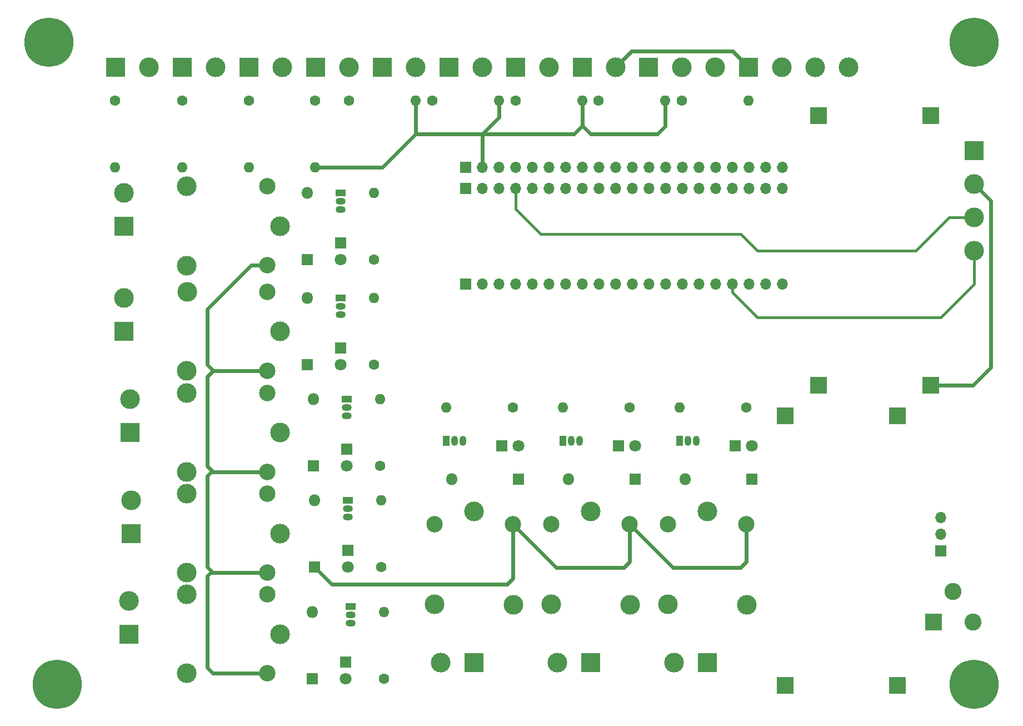
<source format=gbr>
%TF.GenerationSoftware,KiCad,Pcbnew,8.0.1*%
%TF.CreationDate,2024-04-18T20:35:38+03:00*%
%TF.ProjectId,oxygen_harvester,6f787967-656e-45f6-9861-727665737465,rev?*%
%TF.SameCoordinates,Original*%
%TF.FileFunction,Copper,L2,Bot*%
%TF.FilePolarity,Positive*%
%FSLAX46Y46*%
G04 Gerber Fmt 4.6, Leading zero omitted, Abs format (unit mm)*
G04 Created by KiCad (PCBNEW 8.0.1) date 2024-04-18 20:35:38*
%MOMM*%
%LPD*%
G01*
G04 APERTURE LIST*
%TA.AperFunction,ComponentPad*%
%ADD10R,1.050000X1.500000*%
%TD*%
%TA.AperFunction,ComponentPad*%
%ADD11O,1.050000X1.500000*%
%TD*%
%TA.AperFunction,ComponentPad*%
%ADD12C,1.600000*%
%TD*%
%TA.AperFunction,ComponentPad*%
%ADD13O,1.600000X1.600000*%
%TD*%
%TA.AperFunction,ComponentPad*%
%ADD14C,3.000000*%
%TD*%
%TA.AperFunction,ComponentPad*%
%ADD15C,2.500000*%
%TD*%
%TA.AperFunction,ComponentPad*%
%ADD16R,3.000000X3.000000*%
%TD*%
%TA.AperFunction,ComponentPad*%
%ADD17R,2.600000X2.600000*%
%TD*%
%TA.AperFunction,ComponentPad*%
%ADD18C,2.600000*%
%TD*%
%TA.AperFunction,ComponentPad*%
%ADD19C,7.500000*%
%TD*%
%TA.AperFunction,ComponentPad*%
%ADD20R,1.800000X1.800000*%
%TD*%
%TA.AperFunction,ComponentPad*%
%ADD21C,1.800000*%
%TD*%
%TA.AperFunction,ComponentPad*%
%ADD22R,1.700000X1.700000*%
%TD*%
%TA.AperFunction,ComponentPad*%
%ADD23O,1.700000X1.700000*%
%TD*%
%TA.AperFunction,ComponentPad*%
%ADD24R,1.500000X1.050000*%
%TD*%
%TA.AperFunction,ComponentPad*%
%ADD25O,1.500000X1.050000*%
%TD*%
%TA.AperFunction,ComponentPad*%
%ADD26O,1.800000X1.800000*%
%TD*%
%TA.AperFunction,ComponentPad*%
%ADD27R,2.500000X2.500000*%
%TD*%
%TA.AperFunction,Conductor*%
%ADD28C,0.600000*%
%TD*%
%TA.AperFunction,Conductor*%
%ADD29C,0.400000*%
%TD*%
G04 APERTURE END LIST*
D10*
%TO.P,Q7,1,E*%
%TO.N,GND*%
X160880000Y-110240000D03*
D11*
%TO.P,Q7,2,B*%
%TO.N,Net-(Q7-B)*%
X162150000Y-110240000D03*
%TO.P,Q7,3,C*%
%TO.N,Net-(D11-A)*%
X163420000Y-110240000D03*
%TD*%
D12*
%TO.P,R13,1*%
%TO.N,Float_Chamber4_min*%
X102870000Y-58420000D03*
D13*
%TO.P,R13,2*%
%TO.N,GND*%
X102870000Y-68580000D03*
%TD*%
D14*
%TO.P,K7,1*%
%TO.N,Net-(J14-Pin_1)*%
X165100000Y-121040000D03*
D15*
%TO.P,K7,2*%
%TO.N,Net-(D11-A)*%
X159050000Y-122990000D03*
D14*
%TO.P,K7,3*%
%TO.N,Net-(J14-Pin_2)*%
X159050000Y-135190000D03*
%TO.P,K7,4*%
%TO.N,unconnected-(K7-Pad4)*%
X171100000Y-135240000D03*
D15*
%TO.P,K7,5*%
%TO.N,+5V*%
X171050000Y-122990000D03*
%TD*%
D14*
%TO.P,K6,1*%
%TO.N,Net-(J13-Pin_1)*%
X147320000Y-121040000D03*
D15*
%TO.P,K6,2*%
%TO.N,Net-(D10-A)*%
X141270000Y-122990000D03*
D14*
%TO.P,K6,3*%
%TO.N,Net-(J13-Pin_2)*%
X141270000Y-135190000D03*
%TO.P,K6,4*%
%TO.N,unconnected-(K6-Pad4)*%
X153320000Y-135240000D03*
D15*
%TO.P,K6,5*%
%TO.N,+5V*%
X153270000Y-122990000D03*
%TD*%
D16*
%TO.P,J17,1,Pin_1*%
%TO.N,Float_Chamber2_min*%
X143510000Y-53340000D03*
D14*
%TO.P,J17,2,Pin_2*%
%TO.N,+3V3*%
X148590000Y-53340000D03*
%TD*%
D17*
%TO.P,J1,1*%
%TO.N,Net-(SW1-A)*%
X217320000Y-137910000D03*
D18*
%TO.P,J1,2*%
%TO.N,GND*%
X223320000Y-137910000D03*
%TO.P,J1,3*%
X220320000Y-133210000D03*
%TD*%
D16*
%TO.P,J12,1,Pin_1*%
%TO.N,Net-(J12-Pin_1)*%
X94740000Y-139700000D03*
D14*
%TO.P,J12,2,Pin_2*%
%TO.N,Net-(J12-Pin_2)*%
X94740000Y-134620000D03*
%TD*%
D19*
%TO.P,H4,1*%
%TO.N,N/C*%
X82550000Y-49530000D03*
%TD*%
D20*
%TO.P,D14,1,K*%
%TO.N,Net-(D14-K)*%
X151560000Y-111000000D03*
D21*
%TO.P,D14,2,A*%
%TO.N,Solenoid2_Output*%
X154100000Y-111000000D03*
%TD*%
D16*
%TO.P,J11,1,Pin_1*%
%TO.N,Net-(J11-Pin_1)*%
X95030000Y-124370000D03*
D14*
%TO.P,J11,2,Pin_2*%
%TO.N,Net-(J11-Pin_2)*%
X95030000Y-119290000D03*
%TD*%
D12*
%TO.P,R2,1*%
%TO.N,Net-(D5-K)*%
X132080000Y-82660000D03*
D13*
%TO.P,R2,2*%
%TO.N,Net-(Q1-B)*%
X132080000Y-72500000D03*
%TD*%
D19*
%TO.P,H2,1*%
%TO.N,N/C*%
X83820000Y-147320000D03*
%TD*%
D22*
%TO.P,J2,1,Pin_1*%
%TO.N,Float_Chamber1_min*%
X146055000Y-86360000D03*
D23*
%TO.P,J2,2,Pin_2*%
%TO.N,Float_Chamber1_max*%
X148595000Y-86360000D03*
%TO.P,J2,3,Pin_3*%
%TO.N,Float_Chamber2_min*%
X151135000Y-86360000D03*
%TO.P,J2,4,Pin_4*%
%TO.N,Float_Chamber2_max*%
X153675000Y-86360000D03*
%TO.P,J2,5,Pin_5*%
%TO.N,Float_Chamber3_min*%
X156215000Y-86360000D03*
%TO.P,J2,6,Pin_6*%
%TO.N,Float_Chamber3_max*%
X158755000Y-86360000D03*
%TO.P,J2,7,Pin_7*%
%TO.N,Float_Chamber4_min*%
X161295000Y-86360000D03*
%TO.P,J2,8,Pin_8*%
%TO.N,Float_Chamber4_max*%
X163835000Y-86360000D03*
%TO.P,J2,9,Pin_9*%
%TO.N,Electrode1_Output*%
X166375000Y-86360000D03*
%TO.P,J2,10,Pin_10*%
%TO.N,Electrode2_Output*%
X168915000Y-86360000D03*
%TO.P,J2,11,Pin_11*%
%TO.N,Electrode3_Output*%
X171455000Y-86360000D03*
%TO.P,J2,12,Pin_12*%
%TO.N,Electrode4_Output*%
X173995000Y-86360000D03*
%TO.P,J2,13,Pin_13*%
%TO.N,Solenoid1_Output*%
X176535000Y-86360000D03*
%TO.P,J2,14,Pin_14*%
%TO.N,Solenoid2_Output*%
X179075000Y-86360000D03*
%TO.P,J2,15,Pin_15*%
%TO.N,Solenoid3_Output*%
X181615000Y-86360000D03*
%TO.P,J2,16,Pin_16*%
%TO.N,Solenoid4_Output*%
X184155000Y-86360000D03*
%TO.P,J2,17,Pin_17*%
%TO.N,OLED_SDA*%
X186695000Y-86360000D03*
%TO.P,J2,18,Pin_18*%
%TO.N,+5V*%
X189235000Y-86360000D03*
%TO.P,J2,19,Pin_19*%
%TO.N,GND*%
X191775000Y-86360000D03*
%TO.P,J2,20,Pin_20*%
%TO.N,+3V3*%
X194315000Y-86360000D03*
%TD*%
D19*
%TO.P,H3,1*%
%TO.N,N/C*%
X223520000Y-49530000D03*
%TD*%
D12*
%TO.P,R1,1*%
%TO.N,Gas_Pressure_Out*%
X178990000Y-58420000D03*
D13*
%TO.P,R1,2*%
%TO.N,GND*%
X189150000Y-58420000D03*
%TD*%
D24*
%TO.P,Q3,1,E*%
%TO.N,GND*%
X127880000Y-103940000D03*
D25*
%TO.P,Q3,2,B*%
%TO.N,Net-(Q3-B)*%
X127880000Y-105210000D03*
%TO.P,Q3,3,C*%
%TO.N,Net-(D3-A)*%
X127880000Y-106480000D03*
%TD*%
D16*
%TO.P,J20,1,Pin_1*%
%TO.N,Float_Chamber1_max*%
X153670000Y-53340000D03*
D14*
%TO.P,J20,2,Pin_2*%
%TO.N,+3V3*%
X158750000Y-53340000D03*
%TD*%
D16*
%TO.P,J9,1,Pin_1*%
%TO.N,Net-(J9-Pin_1)*%
X94000000Y-93610000D03*
D14*
%TO.P,J9,2,Pin_2*%
%TO.N,Net-(J9-Pin_2)*%
X94000000Y-88530000D03*
%TD*%
D20*
%TO.P,D5,1,K*%
%TO.N,Net-(D5-K)*%
X127000000Y-80120000D03*
D21*
%TO.P,D5,2,A*%
%TO.N,Electrode1_Output*%
X127000000Y-82660000D03*
%TD*%
D14*
%TO.P,K2,1*%
%TO.N,Net-(J9-Pin_1)*%
X117740000Y-93610000D03*
D15*
%TO.P,K2,2*%
%TO.N,Net-(D2-A)*%
X115790000Y-87560000D03*
D14*
%TO.P,K2,3*%
%TO.N,Net-(J9-Pin_2)*%
X103590000Y-87560000D03*
%TO.P,K2,4*%
%TO.N,unconnected-(K2-Pad4)*%
X103540000Y-99610000D03*
D15*
%TO.P,K2,5*%
%TO.N,+5V*%
X115790000Y-99560000D03*
%TD*%
D24*
%TO.P,Q4,1,E*%
%TO.N,GND*%
X128050000Y-119290000D03*
D25*
%TO.P,Q4,2,B*%
%TO.N,Net-(Q4-B)*%
X128050000Y-120560000D03*
%TO.P,Q4,3,C*%
%TO.N,Net-(D4-A)*%
X128050000Y-121830000D03*
%TD*%
D12*
%TO.P,R3,1*%
%TO.N,Net-(D6-K)*%
X132100000Y-98690000D03*
D13*
%TO.P,R3,2*%
%TO.N,Net-(Q2-B)*%
X132100000Y-88530000D03*
%TD*%
D20*
%TO.P,D16,1,K*%
%TO.N,Net-(D16-K)*%
X187120000Y-111000000D03*
D21*
%TO.P,D16,2,A*%
%TO.N,Solenoid4_Output*%
X189660000Y-111000000D03*
%TD*%
D12*
%TO.P,R17,1*%
%TO.N,Float_Chamber4_max*%
X92630000Y-58420000D03*
D13*
%TO.P,R17,2*%
%TO.N,GND*%
X92630000Y-68580000D03*
%TD*%
D12*
%TO.P,R12,1*%
%TO.N,Float_Chamber3_min*%
X123110000Y-58420000D03*
D13*
%TO.P,R12,2*%
%TO.N,GND*%
X123110000Y-68580000D03*
%TD*%
D22*
%TO.P,SW1,1,A*%
%TO.N,Net-(SW1-A)*%
X218440000Y-127000000D03*
D23*
%TO.P,SW1,2,B*%
%TO.N,+24V*%
X218440000Y-124460000D03*
%TO.P,SW1,3,C*%
%TO.N,GND*%
X218440000Y-121920000D03*
%TD*%
D12*
%TO.P,R16,1*%
%TO.N,Float_Chamber3_max*%
X113030000Y-58420000D03*
D13*
%TO.P,R16,2*%
%TO.N,GND*%
X113030000Y-68580000D03*
%TD*%
D20*
%TO.P,D8,1,K*%
%TO.N,Net-(D8-K)*%
X128050000Y-126910000D03*
D21*
%TO.P,D8,2,A*%
%TO.N,Electrode4_Output*%
X128050000Y-129450000D03*
%TD*%
D20*
%TO.P,D7,1,K*%
%TO.N,Net-(D7-K)*%
X127880000Y-111560000D03*
D21*
%TO.P,D7,2,A*%
%TO.N,Electrode3_Output*%
X127880000Y-114100000D03*
%TD*%
D12*
%TO.P,R11,1*%
%TO.N,Float_Chamber2_min*%
X140970000Y-58420000D03*
D13*
%TO.P,R11,2*%
%TO.N,GND*%
X151130000Y-58420000D03*
%TD*%
D16*
%TO.P,J15,1,Pin_1*%
%TO.N,Net-(J15-Pin_1)*%
X182880000Y-144020000D03*
D14*
%TO.P,J15,2,Pin_2*%
%TO.N,Net-(J15-Pin_2)*%
X177800000Y-144020000D03*
%TD*%
%TO.P,K4,1*%
%TO.N,Net-(J11-Pin_1)*%
X117720000Y-124370000D03*
D15*
%TO.P,K4,2*%
%TO.N,Net-(D4-A)*%
X115770000Y-118320000D03*
D14*
%TO.P,K4,3*%
%TO.N,Net-(J11-Pin_2)*%
X103570000Y-118320000D03*
%TO.P,K4,4*%
%TO.N,unconnected-(K4-Pad4)*%
X103520000Y-130370000D03*
D15*
%TO.P,K4,5*%
%TO.N,+5V*%
X115770000Y-130320000D03*
%TD*%
D12*
%TO.P,R4,1*%
%TO.N,Net-(D7-K)*%
X132960000Y-114100000D03*
D13*
%TO.P,R4,2*%
%TO.N,Net-(Q3-B)*%
X132960000Y-103940000D03*
%TD*%
D16*
%TO.P,J23,1,Pin_1*%
%TO.N,Float_Chamber4_max*%
X92710000Y-53340000D03*
D14*
%TO.P,J23,2,Pin_2*%
%TO.N,+3V3*%
X97790000Y-53340000D03*
%TD*%
D16*
%TO.P,J10,1,Pin_1*%
%TO.N,Net-(J10-Pin_1)*%
X94860000Y-109020000D03*
D14*
%TO.P,J10,2,Pin_2*%
%TO.N,Net-(J10-Pin_2)*%
X94860000Y-103940000D03*
%TD*%
D12*
%TO.P,R5,1*%
%TO.N,Net-(D8-K)*%
X133130000Y-129450000D03*
D13*
%TO.P,R5,2*%
%TO.N,Net-(Q4-B)*%
X133130000Y-119290000D03*
%TD*%
D16*
%TO.P,J18,1,Pin_1*%
%TO.N,Float_Chamber3_min*%
X123190000Y-53340000D03*
D14*
%TO.P,J18,2,Pin_2*%
%TO.N,+3V3*%
X128270000Y-53340000D03*
%TD*%
D20*
%TO.P,D1,1,K*%
%TO.N,+5V*%
X121920000Y-82660000D03*
D26*
%TO.P,D1,2,A*%
%TO.N,Net-(D1-A)*%
X121920000Y-72500000D03*
%TD*%
D16*
%TO.P,J19,1,Pin_1*%
%TO.N,Float_Chamber4_min*%
X102870000Y-53340000D03*
D14*
%TO.P,J19,2,Pin_2*%
%TO.N,+3V3*%
X107950000Y-53340000D03*
%TD*%
D10*
%TO.P,Q6,1,E*%
%TO.N,GND*%
X143100000Y-110240000D03*
D11*
%TO.P,Q6,2,B*%
%TO.N,Net-(Q6-B)*%
X144370000Y-110240000D03*
%TO.P,Q6,3,C*%
%TO.N,Net-(D10-A)*%
X145640000Y-110240000D03*
%TD*%
D12*
%TO.P,R9,1*%
%TO.N,Net-(D16-K)*%
X188820000Y-105160000D03*
D13*
%TO.P,R9,2*%
%TO.N,Net-(Q8-B)*%
X178660000Y-105160000D03*
%TD*%
D27*
%TO.P,U1,1,IN+*%
%TO.N,+24V*%
X199805000Y-101810000D03*
%TO.P,U1,2,IN-*%
%TO.N,GND*%
X216865000Y-101810000D03*
%TO.P,U1,3,OUT+*%
%TO.N,+3V3*%
X199805000Y-60750000D03*
%TO.P,U1,4,OUT-*%
%TO.N,GND*%
X216865000Y-60750000D03*
%TD*%
D22*
%TO.P,J4,1,Pin_1*%
%TO.N,+5V*%
X146060000Y-71860000D03*
D23*
%TO.P,J4,2,Pin_2*%
%TO.N,GND*%
X148600000Y-71860000D03*
%TO.P,J4,3,Pin_3*%
%TO.N,+3V3*%
X151140000Y-71860000D03*
%TO.P,J4,4,Pin_4*%
%TO.N,OLED_SCL*%
X153680000Y-71860000D03*
%TO.P,J4,5,Pin_5*%
%TO.N,/general_layout/PB2*%
X156220000Y-71860000D03*
%TO.P,J4,6,Pin_6*%
%TO.N,Gas_Pressure_Out*%
X158760000Y-71860000D03*
%TO.P,J4,7,Pin_7*%
%TO.N,/general_layout/PB0*%
X161300000Y-71860000D03*
%TO.P,J4,8,Pin_8*%
%TO.N,/general_layout/PA7*%
X163840000Y-71860000D03*
%TO.P,J4,9,Pin_9*%
%TO.N,/general_layout/PA6*%
X166380000Y-71860000D03*
%TO.P,J4,10,Pin_10*%
%TO.N,/general_layout/PA5*%
X168920000Y-71860000D03*
%TO.P,J4,11,Pin_11*%
%TO.N,/general_layout/PA4*%
X171460000Y-71860000D03*
%TO.P,J4,12,Pin_12*%
%TO.N,Gas_Flowrate_Tx*%
X174000000Y-71860000D03*
%TO.P,J4,13,Pin_13*%
%TO.N,Gas_Flowrate_Rx*%
X176540000Y-71860000D03*
%TO.P,J4,14,Pin_14*%
%TO.N,/general_layout/PA1*%
X179080000Y-71860000D03*
%TO.P,J4,15,Pin_15*%
%TO.N,/general_layout/PA0*%
X181620000Y-71860000D03*
%TO.P,J4,16,Pin_16*%
%TO.N,/general_layout/NRST*%
X184160000Y-71860000D03*
%TO.P,J4,17,Pin_17*%
%TO.N,/general_layout/PC15*%
X186700000Y-71860000D03*
%TO.P,J4,18,Pin_18*%
%TO.N,/general_layout/PC14*%
X189240000Y-71860000D03*
%TO.P,J4,19,Pin_19*%
%TO.N,/general_layout/PC13*%
X191780000Y-71860000D03*
%TO.P,J4,20,Pin_20*%
%TO.N,/general_layout/VB*%
X194320000Y-71860000D03*
%TD*%
D12*
%TO.P,R14,1*%
%TO.N,Float_Chamber1_max*%
X153670000Y-58420000D03*
D13*
%TO.P,R14,2*%
%TO.N,GND*%
X163830000Y-58420000D03*
%TD*%
D16*
%TO.P,J13,1,Pin_1*%
%TO.N,Net-(J13-Pin_1)*%
X147320000Y-144020000D03*
D14*
%TO.P,J13,2,Pin_2*%
%TO.N,Net-(J13-Pin_2)*%
X142240000Y-144020000D03*
%TD*%
D20*
%TO.P,D4,1,K*%
%TO.N,+5V*%
X122970000Y-129450000D03*
D26*
%TO.P,D4,2,A*%
%TO.N,Net-(D4-A)*%
X122970000Y-119290000D03*
%TD*%
D12*
%TO.P,R15,1*%
%TO.N,Float_Chamber2_max*%
X128270000Y-58420000D03*
D13*
%TO.P,R15,2*%
%TO.N,GND*%
X138430000Y-58420000D03*
%TD*%
D16*
%TO.P,J5,1,Pin_1*%
%TO.N,+5V*%
X223520000Y-66040000D03*
D14*
%TO.P,J5,2,Pin_2*%
%TO.N,GND*%
X223520000Y-71120000D03*
%TO.P,J5,3,Pin_3*%
%TO.N,OLED_SCL*%
X223520000Y-76200000D03*
%TO.P,J5,4,Pin_4*%
%TO.N,OLED_SDA*%
X223520000Y-81280000D03*
%TD*%
D12*
%TO.P,R7,1*%
%TO.N,Net-(D14-K)*%
X153260000Y-105160000D03*
D13*
%TO.P,R7,2*%
%TO.N,Net-(Q6-B)*%
X143100000Y-105160000D03*
%TD*%
D16*
%TO.P,J22,1,Pin_1*%
%TO.N,Float_Chamber3_max*%
X113030000Y-53340000D03*
D14*
%TO.P,J22,2,Pin_2*%
%TO.N,+3V3*%
X118110000Y-53340000D03*
%TD*%
%TO.P,K1,1*%
%TO.N,Net-(J8-Pin_1)*%
X117720000Y-77580000D03*
D15*
%TO.P,K1,2*%
%TO.N,Net-(D1-A)*%
X115770000Y-71530000D03*
D14*
%TO.P,K1,3*%
%TO.N,Net-(J8-Pin_2)*%
X103570000Y-71530000D03*
%TO.P,K1,4*%
%TO.N,unconnected-(K1-Pad4)*%
X103520000Y-83580000D03*
D15*
%TO.P,K1,5*%
%TO.N,+5V*%
X115770000Y-83530000D03*
%TD*%
D24*
%TO.P,Q1,1,E*%
%TO.N,GND*%
X127000000Y-72500000D03*
D25*
%TO.P,Q1,2,B*%
%TO.N,Net-(Q1-B)*%
X127000000Y-73770000D03*
%TO.P,Q1,3,C*%
%TO.N,Net-(D1-A)*%
X127000000Y-75040000D03*
%TD*%
D16*
%TO.P,J16,1,Pin_1*%
%TO.N,Float_Chamber1_min*%
X163830000Y-53340000D03*
D14*
%TO.P,J16,2,Pin_2*%
%TO.N,+3V3*%
X168910000Y-53340000D03*
%TD*%
D16*
%TO.P,J14,1,Pin_1*%
%TO.N,Net-(J14-Pin_1)*%
X165100000Y-144020000D03*
D14*
%TO.P,J14,2,Pin_2*%
%TO.N,Net-(J14-Pin_2)*%
X160020000Y-144020000D03*
%TD*%
D16*
%TO.P,J8,1,Pin_1*%
%TO.N,Net-(J8-Pin_1)*%
X93980000Y-77580000D03*
D14*
%TO.P,J8,2,Pin_2*%
%TO.N,Net-(J8-Pin_2)*%
X93980000Y-72500000D03*
%TD*%
D16*
%TO.P,J6,1,Pin_1*%
%TO.N,+24V*%
X173910000Y-53340000D03*
D14*
%TO.P,J6,2,Pin_2*%
%TO.N,Gas_Pressure_Out*%
X178990000Y-53340000D03*
%TO.P,J6,3,Pin_3*%
%TO.N,GND*%
X184070000Y-53340000D03*
%TD*%
D20*
%TO.P,D15,1,K*%
%TO.N,Net-(D15-K)*%
X169340000Y-111000000D03*
D21*
%TO.P,D15,2,A*%
%TO.N,Solenoid3_Output*%
X171880000Y-111000000D03*
%TD*%
D12*
%TO.P,R6,1*%
%TO.N,Net-(D13-K)*%
X133600000Y-146480000D03*
D13*
%TO.P,R6,2*%
%TO.N,Net-(Q5-B)*%
X133600000Y-136320000D03*
%TD*%
D20*
%TO.P,D13,1,K*%
%TO.N,Net-(D13-K)*%
X127760000Y-143940000D03*
D21*
%TO.P,D13,2,A*%
%TO.N,Solenoid1_Output*%
X127760000Y-146480000D03*
%TD*%
D14*
%TO.P,K8,1*%
%TO.N,Net-(J15-Pin_1)*%
X182880000Y-121040000D03*
D15*
%TO.P,K8,2*%
%TO.N,Net-(D12-A)*%
X176830000Y-122990000D03*
D14*
%TO.P,K8,3*%
%TO.N,Net-(J15-Pin_2)*%
X176830000Y-135190000D03*
%TO.P,K8,4*%
%TO.N,unconnected-(K8-Pad4)*%
X188880000Y-135240000D03*
D15*
%TO.P,K8,5*%
%TO.N,+5V*%
X188830000Y-122990000D03*
%TD*%
D27*
%TO.P,U2,1,IN+*%
%TO.N,+24V*%
X194725000Y-147530000D03*
%TO.P,U2,2,IN-*%
%TO.N,GND*%
X211785000Y-147530000D03*
%TO.P,U2,3,OUT+*%
%TO.N,+5V*%
X194725000Y-106470000D03*
%TO.P,U2,4,OUT-*%
%TO.N,GND*%
X211785000Y-106470000D03*
%TD*%
D20*
%TO.P,D3,1,K*%
%TO.N,+5V*%
X122800000Y-114100000D03*
D26*
%TO.P,D3,2,A*%
%TO.N,Net-(D3-A)*%
X122800000Y-103940000D03*
%TD*%
D14*
%TO.P,K5,1*%
%TO.N,Net-(J12-Pin_1)*%
X117720000Y-139700000D03*
D15*
%TO.P,K5,2*%
%TO.N,Net-(D9-A)*%
X115770000Y-133650000D03*
D14*
%TO.P,K5,3*%
%TO.N,Net-(J12-Pin_2)*%
X103570000Y-133650000D03*
%TO.P,K5,4*%
%TO.N,unconnected-(K5-Pad4)*%
X103520000Y-145700000D03*
D15*
%TO.P,K5,5*%
%TO.N,+5V*%
X115770000Y-145650000D03*
%TD*%
D16*
%TO.P,J7,1,Pin_1*%
%TO.N,+3V3*%
X189150000Y-53340000D03*
D14*
%TO.P,J7,2,Pin_2*%
%TO.N,Gas_Flowrate_Tx*%
X194230000Y-53340000D03*
%TO.P,J7,3,Pin_3*%
%TO.N,Gas_Flowrate_Rx*%
X199310000Y-53340000D03*
%TO.P,J7,4,Pin_4*%
%TO.N,GND*%
X204390000Y-53340000D03*
%TD*%
D16*
%TO.P,J21,1,Pin_1*%
%TO.N,Float_Chamber2_max*%
X133350000Y-53340000D03*
D14*
%TO.P,J21,2,Pin_2*%
%TO.N,+3V3*%
X138430000Y-53340000D03*
%TD*%
D20*
%TO.P,D6,1,K*%
%TO.N,Net-(D6-K)*%
X127020000Y-96150000D03*
D21*
%TO.P,D6,2,A*%
%TO.N,Electrode2_Output*%
X127020000Y-98690000D03*
%TD*%
D12*
%TO.P,R8,1*%
%TO.N,Net-(D15-K)*%
X171040000Y-105160000D03*
D13*
%TO.P,R8,2*%
%TO.N,Net-(Q7-B)*%
X160880000Y-105160000D03*
%TD*%
D22*
%TO.P,J3,1,Pin_1*%
%TO.N,+5V*%
X146060000Y-68580000D03*
D23*
%TO.P,J3,2,Pin_2*%
%TO.N,GND*%
X148600000Y-68580000D03*
%TO.P,J3,3,Pin_3*%
%TO.N,+3V3*%
X151140000Y-68580000D03*
%TO.P,J3,4,Pin_4*%
%TO.N,OLED_SCL*%
X153680000Y-68580000D03*
%TO.P,J3,5,Pin_5*%
%TO.N,/general_layout/PB2*%
X156220000Y-68580000D03*
%TO.P,J3,6,Pin_6*%
%TO.N,Gas_Pressure_Out*%
X158760000Y-68580000D03*
%TO.P,J3,7,Pin_7*%
%TO.N,/general_layout/PB0*%
X161300000Y-68580000D03*
%TO.P,J3,8,Pin_8*%
%TO.N,/general_layout/PA7*%
X163840000Y-68580000D03*
%TO.P,J3,9,Pin_9*%
%TO.N,/general_layout/PA6*%
X166380000Y-68580000D03*
%TO.P,J3,10,Pin_10*%
%TO.N,/general_layout/PA5*%
X168920000Y-68580000D03*
%TO.P,J3,11,Pin_11*%
%TO.N,/general_layout/PA4*%
X171460000Y-68580000D03*
%TO.P,J3,12,Pin_12*%
%TO.N,Gas_Flowrate_Tx*%
X174000000Y-68580000D03*
%TO.P,J3,13,Pin_13*%
%TO.N,Gas_Flowrate_Rx*%
X176540000Y-68580000D03*
%TO.P,J3,14,Pin_14*%
%TO.N,/general_layout/PA1*%
X179080000Y-68580000D03*
%TO.P,J3,15,Pin_15*%
%TO.N,/general_layout/PA0*%
X181620000Y-68580000D03*
%TO.P,J3,16,Pin_16*%
%TO.N,/general_layout/NRST*%
X184160000Y-68580000D03*
%TO.P,J3,17,Pin_17*%
%TO.N,/general_layout/PC15*%
X186700000Y-68580000D03*
%TO.P,J3,18,Pin_18*%
%TO.N,/general_layout/PC14*%
X189240000Y-68580000D03*
%TO.P,J3,19,Pin_19*%
%TO.N,/general_layout/PC13*%
X191780000Y-68580000D03*
%TO.P,J3,20,Pin_20*%
%TO.N,/general_layout/VB*%
X194320000Y-68580000D03*
%TD*%
D19*
%TO.P,H1,1*%
%TO.N,N/C*%
X223520000Y-147320000D03*
%TD*%
D20*
%TO.P,D12,1,K*%
%TO.N,+5V*%
X189660000Y-116080000D03*
D26*
%TO.P,D12,2,A*%
%TO.N,Net-(D12-A)*%
X179500000Y-116080000D03*
%TD*%
D20*
%TO.P,D11,1,K*%
%TO.N,+5V*%
X171880000Y-116080000D03*
D26*
%TO.P,D11,2,A*%
%TO.N,Net-(D11-A)*%
X161720000Y-116080000D03*
%TD*%
D10*
%TO.P,Q8,1,E*%
%TO.N,GND*%
X178660000Y-110240000D03*
D11*
%TO.P,Q8,2,B*%
%TO.N,Net-(Q8-B)*%
X179930000Y-110240000D03*
%TO.P,Q8,3,C*%
%TO.N,Net-(D12-A)*%
X181200000Y-110240000D03*
%TD*%
D20*
%TO.P,D10,1,K*%
%TO.N,+5V*%
X154100000Y-116080000D03*
D26*
%TO.P,D10,2,A*%
%TO.N,Net-(D10-A)*%
X143940000Y-116080000D03*
%TD*%
D24*
%TO.P,Q5,1,E*%
%TO.N,GND*%
X128520000Y-135480000D03*
D25*
%TO.P,Q5,2,B*%
%TO.N,Net-(Q5-B)*%
X128520000Y-136750000D03*
%TO.P,Q5,3,C*%
%TO.N,Net-(D9-A)*%
X128520000Y-138020000D03*
%TD*%
D14*
%TO.P,K3,1*%
%TO.N,Net-(J10-Pin_1)*%
X117720000Y-109020000D03*
D15*
%TO.P,K3,2*%
%TO.N,Net-(D3-A)*%
X115770000Y-102970000D03*
D14*
%TO.P,K3,3*%
%TO.N,Net-(J10-Pin_2)*%
X103570000Y-102970000D03*
%TO.P,K3,4*%
%TO.N,unconnected-(K3-Pad4)*%
X103520000Y-115020000D03*
D15*
%TO.P,K3,5*%
%TO.N,+5V*%
X115770000Y-114970000D03*
%TD*%
D12*
%TO.P,R10,1*%
%TO.N,Float_Chamber1_min*%
X166290000Y-58420000D03*
D13*
%TO.P,R10,2*%
%TO.N,GND*%
X176450000Y-58420000D03*
%TD*%
D20*
%TO.P,D9,1,K*%
%TO.N,+5V*%
X122680000Y-146480000D03*
D26*
%TO.P,D9,2,A*%
%TO.N,Net-(D9-A)*%
X122680000Y-136320000D03*
%TD*%
D20*
%TO.P,D2,1,K*%
%TO.N,+5V*%
X121940000Y-98690000D03*
D26*
%TO.P,D2,2,A*%
%TO.N,Net-(D2-A)*%
X121940000Y-88530000D03*
%TD*%
D24*
%TO.P,Q2,1,E*%
%TO.N,GND*%
X127020000Y-88530000D03*
D25*
%TO.P,Q2,2,B*%
%TO.N,Net-(Q2-B)*%
X127020000Y-89800000D03*
%TO.P,Q2,3,C*%
%TO.N,Net-(D2-A)*%
X127020000Y-91070000D03*
%TD*%
D28*
%TO.N,+5V*%
X106680000Y-90170000D02*
X106680000Y-98670000D01*
X159820000Y-129540000D02*
X153270000Y-122990000D01*
X188830000Y-128670000D02*
X187960000Y-129540000D01*
X113320000Y-83530000D02*
X106680000Y-90170000D01*
X170180000Y-129540000D02*
X159820000Y-129540000D01*
X177600000Y-129540000D02*
X171050000Y-122990000D01*
X106680000Y-100450000D02*
X106680000Y-114100000D01*
X188830000Y-122990000D02*
X188830000Y-128670000D01*
X107550000Y-130320000D02*
X115770000Y-130320000D01*
X107570000Y-99560000D02*
X106680000Y-100450000D01*
X107170000Y-130320000D02*
X106680000Y-130810000D01*
X106680000Y-129450000D02*
X107550000Y-130320000D01*
X106680000Y-144780000D02*
X107550000Y-145650000D01*
X107280000Y-114970000D02*
X106680000Y-115570000D01*
X107550000Y-145650000D02*
X115770000Y-145650000D01*
X106680000Y-115570000D02*
X106680000Y-129450000D01*
X153270000Y-131210000D02*
X152400000Y-132080000D01*
X106680000Y-130810000D02*
X106680000Y-144780000D01*
X107550000Y-114970000D02*
X115770000Y-114970000D01*
X153270000Y-122990000D02*
X153270000Y-131210000D01*
X107550000Y-130320000D02*
X107170000Y-130320000D01*
X171050000Y-122990000D02*
X171050000Y-128670000D01*
X106680000Y-98670000D02*
X107570000Y-99560000D01*
X171050000Y-128670000D02*
X170180000Y-129540000D01*
X107550000Y-114970000D02*
X107280000Y-114970000D01*
X187960000Y-129540000D02*
X177600000Y-129540000D01*
X107570000Y-99560000D02*
X115790000Y-99560000D01*
X125600000Y-132080000D02*
X122970000Y-129450000D01*
X152400000Y-132080000D02*
X125600000Y-132080000D01*
X115770000Y-83530000D02*
X113320000Y-83530000D01*
X106680000Y-114100000D02*
X107550000Y-114970000D01*
%TO.N,GND*%
X226060000Y-99060000D02*
X223310000Y-101810000D01*
X223520000Y-71120000D02*
X226060000Y-73660000D01*
X151130000Y-60960000D02*
X148590000Y-63500000D01*
X148600000Y-63510000D02*
X148600000Y-68580000D01*
X133350000Y-68580000D02*
X138430000Y-63500000D01*
X226060000Y-73660000D02*
X226060000Y-99060000D01*
X148590000Y-63500000D02*
X148600000Y-63510000D01*
X165100000Y-63500000D02*
X163830000Y-62230000D01*
X138430000Y-63500000D02*
X138430000Y-58420000D01*
X151130000Y-58420000D02*
X151130000Y-60960000D01*
X176450000Y-62310000D02*
X175260000Y-63500000D01*
X138430000Y-63500000D02*
X148590000Y-63500000D01*
X175260000Y-63500000D02*
X165100000Y-63500000D01*
X123110000Y-68580000D02*
X133350000Y-68580000D01*
X176450000Y-58420000D02*
X176450000Y-62310000D01*
X162560000Y-63500000D02*
X148590000Y-63500000D01*
X223310000Y-101810000D02*
X216865000Y-101810000D01*
X163830000Y-58420000D02*
X163830000Y-62230000D01*
X163830000Y-62230000D02*
X162560000Y-63500000D01*
D29*
%TO.N,OLED_SCL*%
X157480000Y-78740000D02*
X153680000Y-74940000D01*
X187960000Y-78740000D02*
X157480000Y-78740000D01*
X223520000Y-76200000D02*
X219710000Y-76200000D01*
X214630000Y-81280000D02*
X190500000Y-81280000D01*
X153680000Y-74940000D02*
X153680000Y-71860000D01*
X190500000Y-81280000D02*
X187960000Y-78740000D01*
X219710000Y-76200000D02*
X214630000Y-81280000D01*
%TO.N,OLED_SDA*%
X218440000Y-91440000D02*
X190500000Y-91440000D01*
X190500000Y-91440000D02*
X186695000Y-87635000D01*
X186695000Y-87635000D02*
X186695000Y-86360000D01*
X223520000Y-86360000D02*
X218440000Y-91440000D01*
X223520000Y-86360000D02*
X223520000Y-81280000D01*
D28*
%TO.N,+3V3*%
X189150000Y-53340000D02*
X186750489Y-50940489D01*
X186750489Y-50940489D02*
X171309511Y-50940489D01*
X171309511Y-50940489D02*
X168910000Y-53340000D01*
%TD*%
M02*

</source>
